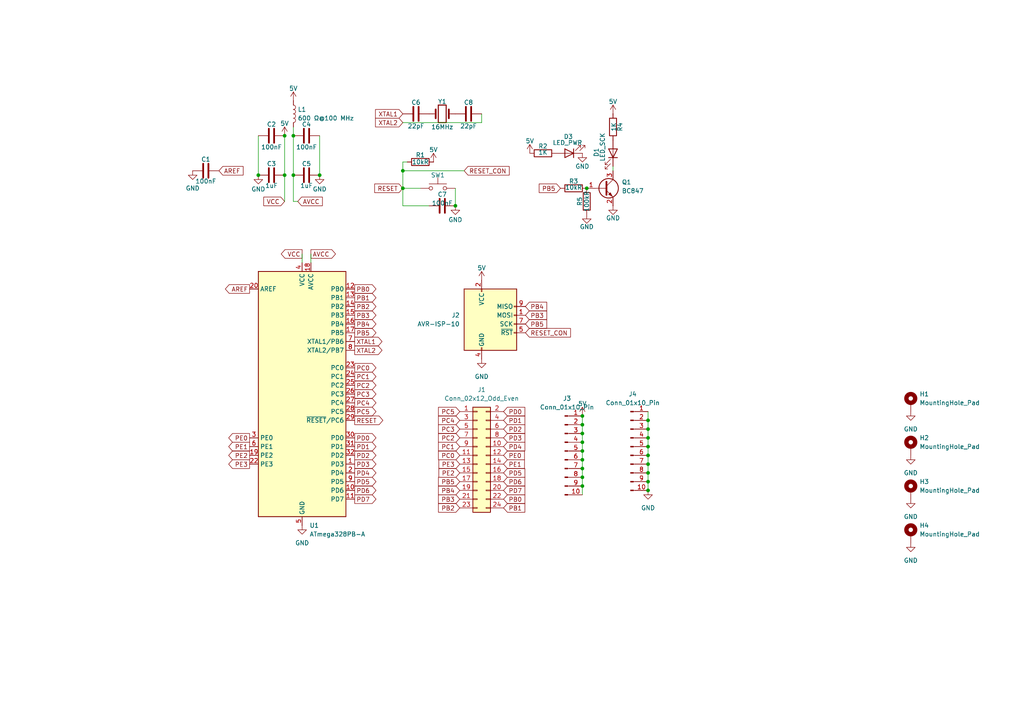
<source format=kicad_sch>
(kicad_sch (version 20250114) (generator "eeschema") (generator_version "9.0")
  (paper "A4")
  (title_block (title "ATMegaSMD_Board") (date "2025-10-26") (rev "1.0") (company "PKl"))
  (lib_symbols
    (symbol "Connector:AVR-ISP-10" (pin_names (offset 1.016))
      (property "Reference" "J" (at -6.35 11.43 0))
      (property "Value" "AVR-ISP-10" (at 0 11.43 0))
      (symbol "AVR-ISP-10_0_1"
        (rectangle (start -2.667 10.16) (end -2.413 9.398))
        (rectangle (start -2.667 -6.858) (end -2.413 -7.62))
        (rectangle (start 7.62 10.16) (end -7.62 -7.62) (stroke (width 0.254)) (fill (type background)))
        (rectangle (start 7.62 5.207) (end 6.858 4.953))
        (rectangle (start 7.62 2.667) (end 6.858 2.413))
        (rectangle (start 7.62 0.127) (end 6.858 -0.127))
        (rectangle (start 7.62 -2.413) (end 6.858 -2.667))
      )
      (symbol "AVR-ISP-10_1_1"
        (pin passive line (at -2.54 12.7 270) (length 2.54) (name "VCC") (number "2"))
        (pin passive line (at -2.54 -10.16 90) (length 2.54) (hide yes) (name "GND") (number "10"))
        (pin passive line (at -2.54 -10.16 90) (length 2.54) (name "GND") (number "4"))
        (pin passive line (at -2.54 -10.16 90) (length 2.54) (hide yes) (name "GND") (number "6"))
        (pin passive line (at -2.54 -10.16 90) (length 2.54) (hide yes) (name "GND") (number "8"))
        (pin no_connect line (at 7.62 -5.08 180) (length 2.54) (hide yes) (name "NC") (number "3"))
        (pin passive line (at 10.16 5.08 180) (length 2.54) (name "MISO") (number "9"))
        (pin passive line (at 10.16 2.54 180) (length 2.54) (name "MOSI") (number "1"))
        (pin passive line (at 10.16 0 180) (length 2.54) (name "SCK") (number "7"))
        (pin passive line (at 10.16 -2.54 180) (length 2.54) (name "~{RST}") (number "5"))
      )
    )
    (symbol "Connector:Conn_01x10_Pin" (pin_names (offset 1.016) (hide yes))
      (property "Reference" "J" (at 0 12.7 0))
      (property "Value" "Conn_01x10_Pin" (at 0 -15.24 0))
      (symbol "Conn_01x10_Pin_1_1"
        (rectangle (start 0.8636 10.287) (end 0 10.033) (stroke (width 0.1524)) (fill (type outline)))
        (rectangle (start 0.8636 7.747) (end 0 7.493) (stroke (width 0.1524)) (fill (type outline)))
        (rectangle (start 0.8636 5.207) (end 0 4.953) (stroke (width 0.1524)) (fill (type outline)))
        (rectangle (start 0.8636 2.667) (end 0 2.413) (stroke (width 0.1524)) (fill (type outline)))
        (rectangle (start 0.8636 0.127) (end 0 -0.127) (stroke (width 0.1524)) (fill (type outline)))
        (rectangle (start 0.8636 -2.413) (end 0 -2.667) (stroke (width 0.1524)) (fill (type outline)))
        (rectangle (start 0.8636 -4.953) (end 0 -5.207) (stroke (width 0.1524)) (fill (type outline)))
        (rectangle (start 0.8636 -7.493) (end 0 -7.747) (stroke (width 0.1524)) (fill (type outline)))
        (rectangle (start 0.8636 -10.033) (end 0 -10.287) (stroke (width 0.1524)) (fill (type outline)))
        (rectangle (start 0.8636 -12.573) (end 0 -12.827) (stroke (width 0.1524)) (fill (type outline)))
        (polyline (pts (xy 1.27 10.16) (xy 0.8636 10.16)) (stroke (width 0.1524)))
        (polyline (pts (xy 1.27 7.62) (xy 0.8636 7.62)) (stroke (width 0.1524)))
        (polyline (pts (xy 1.27 5.08) (xy 0.8636 5.08)) (stroke (width 0.1524)))
        (polyline (pts (xy 1.27 2.54) (xy 0.8636 2.54)) (stroke (width 0.1524)))
        (polyline (pts (xy 1.27 0) (xy 0.8636 0)) (stroke (width 0.1524)))
        (polyline (pts (xy 1.27 -2.54) (xy 0.8636 -2.54)) (stroke (width 0.1524)))
        (polyline (pts (xy 1.27 -5.08) (xy 0.8636 -5.08)) (stroke (width 0.1524)))
        (polyline (pts (xy 1.27 -7.62) (xy 0.8636 -7.62)) (stroke (width 0.1524)))
        (polyline (pts (xy 1.27 -10.16) (xy 0.8636 -10.16)) (stroke (width 0.1524)))
        (polyline (pts (xy 1.27 -12.7) (xy 0.8636 -12.7)) (stroke (width 0.1524)))
        (pin passive line (at 5.08 10.16 180) (length 3.81) (name "Pin_1") (number "1"))
        (pin passive line (at 5.08 7.62 180) (length 3.81) (name "Pin_2") (number "2"))
        (pin passive line (at 5.08 5.08 180) (length 3.81) (name "Pin_3") (number "3"))
        (pin passive line (at 5.08 2.54 180) (length 3.81) (name "Pin_4") (number "4"))
        (pin passive line (at 5.08 0 180) (length 3.81) (name "Pin_5") (number "5"))
        (pin passive line (at 5.08 -2.54 180) (length 3.81) (name "Pin_6") (number "6"))
        (pin passive line (at 5.08 -5.08 180) (length 3.81) (name "Pin_7") (number "7"))
        (pin passive line (at 5.08 -7.62 180) (length 3.81) (name "Pin_8") (number "8"))
        (pin passive line (at 5.08 -10.16 180) (length 3.81) (name "Pin_9") (number "9"))
        (pin passive line (at 5.08 -12.7 180) (length 3.81) (name "Pin_10") (number "10"))
      )
    )
    (symbol "Connector_Generic:Conn_02x12_Odd_Even" (pin_names (offset 1.016) (hide yes))
      (property "Reference" "J" (at 1.27 15.24 0))
      (property "Value" "Conn_02x12_Odd_Even" (at 1.27 -17.78 0))
      (symbol "Conn_02x12_Odd_Even_1_1"
        (rectangle (start -1.27 13.97) (end 3.81 -16.51) (stroke (width 0.254)) (fill (type background)))
        (rectangle (start -1.27 12.827) (end 0 12.573) (stroke (width 0.1524)))
        (rectangle (start -1.27 10.287) (end 0 10.033) (stroke (width 0.1524)))
        (rectangle (start -1.27 7.747) (end 0 7.493) (stroke (width 0.1524)))
        (rectangle (start -1.27 5.207) (end 0 4.953) (stroke (width 0.1524)))
        (rectangle (start -1.27 2.667) (end 0 2.413) (stroke (width 0.1524)))
        (rectangle (start -1.27 0.127) (end 0 -0.127) (stroke (width 0.1524)))
        (rectangle (start -1.27 -2.413) (end 0 -2.667) (stroke (width 0.1524)))
        (rectangle (start -1.27 -4.953) (end 0 -5.207) (stroke (width 0.1524)))
        (rectangle (start -1.27 -7.493) (end 0 -7.747) (stroke (width 0.1524)))
        (rectangle (start -1.27 -10.033) (end 0 -10.287) (stroke (width 0.1524)))
        (rectangle (start -1.27 -12.573) (end 0 -12.827) (stroke (width 0.1524)))
        (rectangle (start -1.27 -15.113) (end 0 -15.367) (stroke (width 0.1524)))
        (rectangle (start 3.81 12.827) (end 2.54 12.573) (stroke (width 0.1524)))
        (rectangle (start 3.81 10.287) (end 2.54 10.033) (stroke (width 0.1524)))
        (rectangle (start 3.81 7.747) (end 2.54 7.493) (stroke (width 0.1524)))
        (rectangle (start 3.81 5.207) (end 2.54 4.953) (stroke (width 0.1524)))
        (rectangle (start 3.81 2.667) (end 2.54 2.413) (stroke (width 0.1524)))
        (rectangle (start 3.81 0.127) (end 2.54 -0.127) (stroke (width 0.1524)))
        (rectangle (start 3.81 -2.413) (end 2.54 -2.667) (stroke (width 0.1524)))
        (rectangle (start 3.81 -4.953) (end 2.54 -5.207) (stroke (width 0.1524)))
        (rectangle (start 3.81 -7.493) (end 2.54 -7.747) (stroke (width 0.1524)))
        (rectangle (start 3.81 -10.033) (end 2.54 -10.287) (stroke (width 0.1524)))
        (rectangle (start 3.81 -12.573) (end 2.54 -12.827) (stroke (width 0.1524)))
        (rectangle (start 3.81 -15.113) (end 2.54 -15.367) (stroke (width 0.1524)))
        (pin passive line (at -5.08 12.7 0) (length 3.81) (name "Pin_1") (number "1"))
        (pin passive line (at -5.08 10.16 0) (length 3.81) (name "Pin_3") (number "3"))
        (pin passive line (at -5.08 7.62 0) (length 3.81) (name "Pin_5") (number "5"))
        (pin passive line (at -5.08 5.08 0) (length 3.81) (name "Pin_7") (number "7"))
        (pin passive line (at -5.08 2.54 0) (length 3.81) (name "Pin_9") (number "9"))
        (pin passive line (at -5.08 0 0) (length 3.81) (name "Pin_11") (number "11"))
        (pin passive line (at -5.08 -2.54 0) (length 3.81) (name "Pin_13") (number "13"))
        (pin passive line (at -5.08 -5.08 0) (length 3.81) (name "Pin_15") (number "15"))
        (pin passive line (at -5.08 -7.62 0) (length 3.81) (name "Pin_17") (number "17"))
        (pin passive line (at -5.08 -10.16 0) (length 3.81) (name "Pin_19") (number "19"))
        (pin passive line (at -5.08 -12.7 0) (length 3.81) (name "Pin_21") (number "21"))
        (pin passive line (at -5.08 -15.24 0) (length 3.81) (name "Pin_23") (number "23"))
        (pin passive line (at 7.62 12.7 180) (length 3.81) (name "Pin_2") (number "2"))
        (pin passive line (at 7.62 10.16 180) (length 3.81) (name "Pin_4") (number "4"))
        (pin passive line (at 7.62 7.62 180) (length 3.81) (name "Pin_6") (number "6"))
        (pin passive line (at 7.62 5.08 180) (length 3.81) (name "Pin_8") (number "8"))
        (pin passive line (at 7.62 2.54 180) (length 3.81) (name "Pin_10") (number "10"))
        (pin passive line (at 7.62 0 180) (length 3.81) (name "Pin_12") (number "12"))
        (pin passive line (at 7.62 -2.54 180) (length 3.81) (name "Pin_14") (number "14"))
        (pin passive line (at 7.62 -5.08 180) (length 3.81) (name "Pin_16") (number "16"))
        (pin passive line (at 7.62 -7.62 180) (length 3.81) (name "Pin_18") (number "18"))
        (pin passive line (at 7.62 -10.16 180) (length 3.81) (name "Pin_20") (number "20"))
        (pin passive line (at 7.62 -12.7 180) (length 3.81) (name "Pin_22") (number "22"))
        (pin passive line (at 7.62 -15.24 180) (length 3.81) (name "Pin_24") (number "24"))
      )
    )
    (symbol "Device:C" (pin_numbers (hide yes)) (pin_names (offset 0.254))
      (property "Reference" "C" (at 0.635 2.54 0))
      (property "Value" "C" (at 0.635 -2.54 0))
      (symbol "C_0_1"
        (polyline (pts (xy -2.032 0.762) (xy 2.032 0.762)) (stroke (width 0.508)))
        (polyline (pts (xy -2.032 -0.762) (xy 2.032 -0.762)) (stroke (width 0.508)))
      )
      (symbol "C_1_1"
        (pin passive line (at 0 3.81 270) (length 2.794) (name "~") (number "1"))
        (pin passive line (at 0 -3.81 90) (length 2.794) (name "~") (number "2"))
      )
    )
    (symbol "Device:Crystal" (pin_numbers (hide yes)) (pin_names (offset 1.016) (hide yes))
      (property "Reference" "Y" (at 0 3.81 0))
      (property "Value" "Crystal" (at 0 -3.81 0))
      (symbol "Crystal_0_1"
        (polyline (pts (xy -2.54 0) (xy -1.905 0)))
        (polyline (pts (xy -1.905 -1.27) (xy -1.905 1.27)) (stroke (width 0.508)))
        (rectangle (start -1.143 2.54) (end 1.143 -2.54) (stroke (width 0.3048)))
        (polyline (pts (xy 1.905 -1.27) (xy 1.905 1.27)) (stroke (width 0.508)))
        (polyline (pts (xy 2.54 0) (xy 1.905 0)))
      )
      (symbol "Crystal_1_1"
        (pin passive line (at -3.81 0 0) (length 1.27) (name "1") (number "1"))
        (pin passive line (at 3.81 0 180) (length 1.27) (name "2") (number "2"))
      )
    )
    (symbol "Device:L" (pin_numbers (hide yes)) (pin_names (offset 1.016) (hide yes))
      (property "Reference" "L" (at -1.27 0 90))
      (property "Value" "L" (at 1.905 0 90))
      (symbol "L_0_1"
        (arc (start 0 2.54) (mid 0.6323 1.905) (end 0 1.27))
        (arc (start 0 1.27) (mid 0.6323 0.635) (end 0 0))
        (arc (start 0 0) (mid 0.6323 -0.635) (end 0 -1.27))
        (arc (start 0 -1.27) (mid 0.6323 -1.905) (end 0 -2.54))
      )
      (symbol "L_1_1"
        (pin passive line (at 0 3.81 270) (length 1.27) (name "1") (number "1"))
        (pin passive line (at 0 -3.81 90) (length 1.27) (name "2") (number "2"))
      )
    )
    (symbol "Device:LED" (pin_numbers (hide yes)) (pin_names (offset 1.016) (hide yes))
      (property "Reference" "D" (at 0 2.54 0))
      (property "Value" "LED" (at 0 -2.54 0))
      (symbol "LED_0_1"
        (polyline (pts (xy -3.048 -0.762) (xy -4.572 -2.286) (xy -3.81 -2.286) (xy -4.572 -2.286) (xy -4.572 -1.524)))
        (polyline (pts (xy -1.778 -0.762) (xy -3.302 -2.286) (xy -2.54 -2.286) (xy -3.302 -2.286) (xy -3.302 -1.524)))
        (polyline (pts (xy -1.27 0) (xy 1.27 0)))
        (polyline (pts (xy -1.27 -1.27) (xy -1.27 1.27)) (stroke (width 0.254)))
        (polyline (pts (xy 1.27 -1.27) (xy 1.27 1.27) (xy -1.27 0) (xy 1.27 -1.27)) (stroke (width 0.254)))
      )
      (symbol "LED_1_1"
        (pin passive line (at -3.81 0 0) (length 2.54) (name "K") (number "1"))
        (pin passive line (at 3.81 0 180) (length 2.54) (name "A") (number "2"))
      )
    )
    (symbol "Device:R" (pin_numbers (hide yes)) (pin_names (offset 0))
      (property "Reference" "R" (at 2.032 0 90))
      (property "Value" "R" (at 0 0 90))
      (symbol "R_0_1"
        (rectangle (start -1.016 -2.54) (end 1.016 2.54) (stroke (width 0.254)))
      )
      (symbol "R_1_1"
        (pin passive line (at 0 3.81 270) (length 1.27) (name "~") (number "1"))
        (pin passive line (at 0 -3.81 90) (length 1.27) (name "~") (number "2"))
      )
    )
    (symbol "MCU_Microchip_ATmega:ATmega328PB-A"
      (property "Reference" "U" (at -12.7 36.83 0))
      (property "Value" "ATmega328PB-A" (at 2.54 -36.83 0))
      (symbol "ATmega328PB-A_0_1"
        (rectangle (start -12.7 -35.56) (end 12.7 35.56) (stroke (width 0.254)) (fill (type background)))
      )
      (symbol "ATmega328PB-A_1_1"
        (pin passive line (at -15.24 30.48 0) (length 2.54) (name "AREF") (number "20"))
        (pin bidirectional line (at -15.24 -12.7 0) (length 2.54) (name "PE0") (number "3"))
        (pin bidirectional line (at -15.24 -15.24 0) (length 2.54) (name "PE1") (number "6"))
        (pin bidirectional line (at -15.24 -17.78 0) (length 2.54) (name "PE2") (number "19"))
        (pin bidirectional line (at -15.24 -20.32 0) (length 2.54) (name "PE3") (number "22"))
        (pin power_in line (at 0 38.1 270) (length 2.54) (name "VCC") (number "4"))
        (pin passive line (at 0 -38.1 90) (length 2.54) (hide yes) (name "GND") (number "21"))
        (pin power_in line (at 0 -38.1 90) (length 2.54) (name "GND") (number "5"))
        (pin power_in line (at 2.54 38.1 270) (length 2.54) (name "AVCC") (number "18"))
        (pin bidirectional line (at 15.24 30.48 180) (length 2.54) (name "PB0") (number "12"))
        (pin bidirectional line (at 15.24 27.94 180) (length 2.54) (name "PB1") (number "13"))
        (pin bidirectional line (at 15.24 25.4 180) (length 2.54) (name "PB2") (number "14"))
        (pin bidirectional line (at 15.24 22.86 180) (length 2.54) (name "PB3") (number "15"))
        (pin bidirectional line (at 15.24 20.32 180) (length 2.54) (name "PB4") (number "16"))
        (pin bidirectional line (at 15.24 17.78 180) (length 2.54) (name "PB5") (number "17"))
        (pin bidirectional line (at 15.24 15.24 180) (length 2.54) (name "XTAL1/PB6") (number "7"))
        (pin bidirectional line (at 15.24 12.7 180) (length 2.54) (name "XTAL2/PB7") (number "8"))
        (pin bidirectional line (at 15.24 7.62 180) (length 2.54) (name "PC0") (number "23"))
        (pin bidirectional line (at 15.24 5.08 180) (length 2.54) (name "PC1") (number "24"))
        (pin bidirectional line (at 15.24 2.54 180) (length 2.54) (name "PC2") (number "25"))
        (pin bidirectional line (at 15.24 0 180) (length 2.54) (name "PC3") (number "26"))
        (pin bidirectional line (at 15.24 -2.54 180) (length 2.54) (name "PC4") (number "27"))
        (pin bidirectional line (at 15.24 -5.08 180) (length 2.54) (name "PC5") (number "28"))
        (pin bidirectional line (at 15.24 -7.62 180) (length 2.54) (name "~{RESET}/PC6") (number "29"))
        (pin bidirectional line (at 15.24 -12.7 180) (length 2.54) (name "PD0") (number "30"))
        (pin bidirectional line (at 15.24 -15.24 180) (length 2.54) (name "PD1") (number "31"))
        (pin bidirectional line (at 15.24 -17.78 180) (length 2.54) (name "PD2") (number "32"))
        (pin bidirectional line (at 15.24 -20.32 180) (length 2.54) (name "PD3") (number "1"))
        (pin bidirectional line (at 15.24 -22.86 180) (length 2.54) (name "PD4") (number "2"))
        (pin bidirectional line (at 15.24 -25.4 180) (length 2.54) (name "PD5") (number "9"))
        (pin bidirectional line (at 15.24 -27.94 180) (length 2.54) (name "PD6") (number "10"))
        (pin bidirectional line (at 15.24 -30.48 180) (length 2.54) (name "PD7") (number "11"))
      )
    )
    (symbol "Mechanical:MountingHole_Pad" (pin_numbers (hide yes)) (pin_names (offset 1.016) (hide yes)) (in_bom no)
      (property "Reference" "H" (at 0 6.35 0))
      (property "Value" "MountingHole_Pad" (at 0 4.445 0))
      (symbol "MountingHole_Pad_0_1"
        (circle (center 0 1.27) (radius 1.27) (stroke (width 1.27)))
      )
      (symbol "MountingHole_Pad_1_1"
        (pin input line (at 0 -2.54 90) (length 2.54) (name "1") (number "1"))
      )
    )
    (symbol "Switch:SW_Push" (pin_numbers (hide yes)) (pin_names (offset 1.016) (hide yes))
      (property "Reference" "SW" (at 1.27 2.54 0))
      (property "Value" "SW_Push" (at 0 -1.524 0))
      (symbol "SW_Push_0_1"
        (circle (center -2.032 0) (radius 0.508))
        (polyline (pts (xy 0 1.27) (xy 0 3.048)))
        (circle (center 2.032 0) (radius 0.508))
        (polyline (pts (xy 2.54 1.27) (xy -2.54 1.27)))
        (pin passive line (at -5.08 0 0) (length 2.54) (name "1") (number "1"))
        (pin passive line (at 5.08 0 180) (length 2.54) (name "2") (number "2"))
      )
    )
    (symbol "Transistor_BJT:BC847" (pin_names (offset 0) (hide yes))
      (property "Reference" "Q" (at 5.08 1.905 0))
      (property "Value" "BC847" (at 5.08 0 0))
      (symbol "BC847_0_1"
        (polyline (pts (xy -2.54 0) (xy 0.635 0)))
        (polyline (pts (xy 0.635 1.905) (xy 0.635 -1.905)) (stroke (width 0.508)))
        (circle (center 1.27 0) (radius 2.8194) (stroke (width 0.254)))
      )
      (symbol "BC847_1_1"
        (polyline (pts (xy 0.635 0.635) (xy 2.54 2.54)))
        (polyline (pts (xy 0.635 -0.635) (xy 2.54 -2.54)))
        (polyline (pts (xy 1.27 -1.778) (xy 1.778 -1.27) (xy 2.286 -2.286) (xy 1.27 -1.778)) (fill (type outline)))
        (pin input line (at -5.08 0 0) (length 2.54) (name "B") (number "1"))
        (pin passive line (at 2.54 5.08 270) (length 2.54) (name "C") (number "3"))
        (pin passive line (at 2.54 -5.08 90) (length 2.54) (name "E") (number "2"))
      )
    )
    (symbol "power:+5V" (power) (pin_numbers (hide yes)) (pin_names (offset 0) (hide yes))
      (property "Value" "+5V" (at 0 3.556 0))
      (symbol "+5V_0_1"
        (polyline (pts (xy -0.762 1.27) (xy 0 2.54)))
        (polyline (pts (xy 0 2.54) (xy 0.762 1.27)))
        (polyline (pts (xy 0 0) (xy 0 2.54)))
      )
      (symbol "+5V_1_1"
        (pin power_in line (at 0 0 90) (length 0) (name "~") (number "1"))
      )
    )
    (symbol "power:GND" (power) (pin_numbers (hide yes)) (pin_names (offset 0) (hide yes))
      (property "Value" "GND" (at 0 -3.81 0))
      (symbol "GND_0_1"
        (polyline (pts (xy 0 0) (xy 0 -1.27) (xy 1.27 -1.27) (xy 0 -2.54) (xy -1.27 -1.27) (xy 0 -1.27)))
      )
      (symbol "GND_1_1"
        (pin power_in line (at 0 0 270) (length 0) (name "~") (number "1"))
      )
    )
  )
  (junction (at 168.91 130.81))
  (junction (at 187.96 132.08))
  (junction (at 187.96 124.46))
  (junction (at 82.55 50.8))
  (junction (at 168.91 120.65))
  (junction (at 187.96 142.24))
  (junction (at 168.91 135.89))
  (junction (at 187.96 121.92))
  (junction (at 187.96 137.16))
  (junction (at 116.84 54.61))
  (junction (at 74.93 50.8))
  (junction (at 168.91 140.97))
  (junction (at 168.91 138.43))
  (junction (at 116.84 49.53))
  (junction (at 132.08 59.69))
  (junction (at 170.18 54.61))
  (junction (at 168.91 133.35))
  (junction (at 187.96 127))
  (junction (at 187.96 134.62))
  (junction (at 187.96 139.7))
  (junction (at 85.09 39.37))
  (junction (at 168.91 125.73))
  (junction (at 85.09 50.8))
  (junction (at 92.71 50.8))
  (junction (at 187.96 129.54))
  (junction (at 168.91 128.27))
  (junction (at 82.55 39.37))
  (junction (at 168.91 123.19))
  (wire (pts (xy 187.96 134.62) (xy 187.96 137.16)))
  (wire (pts (xy 139.7 35.56) (xy 139.7 33.02)))
  (wire (pts (xy 168.91 123.19) (xy 168.91 125.73)))
  (wire (pts (xy 85.09 50.8) (xy 85.09 58.42)))
  (wire (pts (xy 168.91 138.43) (xy 168.91 140.97)))
  (wire (pts (xy 168.91 135.89) (xy 168.91 138.43)))
  (wire (pts (xy 132.08 54.61) (xy 132.08 59.69)))
  (wire (pts (xy 90.17 73.66) (xy 90.17 76.2)))
  (wire (pts (xy 187.96 132.08) (xy 187.96 134.62)))
  (wire (pts (xy 87.63 73.66) (xy 87.63 76.2)))
  (wire (pts (xy 82.55 50.8) (xy 82.55 58.42)))
  (wire (pts (xy 168.91 128.27) (xy 168.91 130.81)))
  (wire (pts (xy 116.84 46.99) (xy 116.84 49.53)))
  (wire (pts (xy 187.96 129.54) (xy 187.96 132.08)))
  (wire (pts (xy 168.91 133.35) (xy 168.91 135.89)))
  (wire (pts (xy 116.84 59.69) (xy 124.46 59.69)))
  (wire (pts (xy 187.96 124.46) (xy 187.96 127)))
  (wire (pts (xy 187.96 121.92) (xy 187.96 124.46)))
  (wire (pts (xy 85.09 39.37) (xy 85.09 50.8)))
  (wire (pts (xy 116.84 49.53) (xy 116.84 54.61)))
  (wire (pts (xy 187.96 137.16) (xy 187.96 139.7)))
  (wire (pts (xy 85.09 58.42) (xy 86.36 58.42)))
  (wire (pts (xy 74.93 39.37) (xy 74.93 50.8)))
  (wire (pts (xy 116.84 54.61) (xy 116.84 59.69)))
  (wire (pts (xy 187.96 119.38) (xy 187.96 121.92)))
  (wire (pts (xy 92.71 39.37) (xy 92.71 50.8)))
  (wire (pts (xy 116.84 35.56) (xy 139.7 35.56)))
  (wire (pts (xy 85.09 36.83) (xy 85.09 39.37)))
  (wire (pts (xy 168.91 125.73) (xy 168.91 128.27)))
  (wire (pts (xy 187.96 127) (xy 187.96 129.54)))
  (wire (pts (xy 116.84 46.99) (xy 118.11 46.99)))
  (wire (pts (xy 177.8 48.26) (xy 177.8 49.53)))
  (wire (pts (xy 168.91 130.81) (xy 168.91 133.35)))
  (wire (pts (xy 168.91 140.97) (xy 168.91 143.51)))
  (wire (pts (xy 82.55 39.37) (xy 82.55 50.8)))
  (wire (pts (xy 168.91 120.65) (xy 168.91 123.19)))
  (wire (pts (xy 187.96 139.7) (xy 187.96 142.24)))
  (wire (pts (xy 121.92 54.61) (xy 116.84 54.61)))
  (wire (pts (xy 134.62 49.53) (xy 116.84 49.53)))
  (global_label "PD5" (shape output) (at 102.87 139.7 0) (property "Intersheetrefs" "${INTERSHEET_REFS}" (effects (hide yes))))
  (global_label "PB1" (shape input) (at 146.05 147.32 0) (property "Intersheetrefs" "${INTERSHEET_REFS}" (effects (hide yes))))
  (global_label "PD3" (shape input) (at 146.05 127 0) (property "Intersheetrefs" "${INTERSHEET_REFS}" (effects (hide yes))))
  (global_label "PD7" (shape input) (at 146.05 142.24 0) (property "Intersheetrefs" "${INTERSHEET_REFS}" (effects (hide yes))))
  (global_label "PC5" (shape input) (at 133.35 119.38 180) (property "Intersheetrefs" "${INTERSHEET_REFS}" (effects (hide yes))))
  (global_label "PB2" (shape input) (at 133.35 147.32 180) (property "Intersheetrefs" "${INTERSHEET_REFS}" (effects (hide yes))))
  (global_label "PD1" (shape output) (at 102.87 129.54 0) (property "Intersheetrefs" "${INTERSHEET_REFS}" (effects (hide yes))))
  (global_label "RESET" (shape input) (at 116.84 54.61 180) (property "Intersheetrefs" "${INTERSHEET_REFS}" (effects (hide yes))))
  (global_label "RESET_CON" (shape input) (at 152.4 96.52 0) (property "Intersheetrefs" "${INTERSHEET_REFS}" (effects (hide yes))))
  (global_label "XTAL2" (shape input) (at 116.84 35.56 180) (property "Intersheetrefs" "${INTERSHEET_REFS}" (effects (hide yes))))
  (global_label "PD4" (shape input) (at 146.05 129.54 0) (property "Intersheetrefs" "${INTERSHEET_REFS}" (effects (hide yes))))
  (global_label "PC1" (shape input) (at 133.35 129.54 180) (property "Intersheetrefs" "${INTERSHEET_REFS}" (effects (hide yes))))
  (global_label "PC0" (shape input) (at 133.35 132.08 180) (property "Intersheetrefs" "${INTERSHEET_REFS}" (effects (hide yes))))
  (global_label "PB5" (shape input) (at 152.4 93.98 0) (property "Intersheetrefs" "${INTERSHEET_REFS}" (effects (hide yes))))
  (global_label "XTAL1" (shape input) (at 116.84 33.02 180) (property "Intersheetrefs" "${INTERSHEET_REFS}" (effects (hide yes))))
  (global_label "PB4" (shape output) (at 102.87 93.98 0) (property "Intersheetrefs" "${INTERSHEET_REFS}" (effects (hide yes))))
  (global_label "PD0" (shape input) (at 146.05 119.38 0) (property "Intersheetrefs" "${INTERSHEET_REFS}" (effects (hide yes))))
  (global_label "PD2" (shape output) (at 102.87 132.08 0) (property "Intersheetrefs" "${INTERSHEET_REFS}" (effects (hide yes))))
  (global_label "PE1" (shape output) (at 72.39 129.54 180) (property "Intersheetrefs" "${INTERSHEET_REFS}" (effects (hide yes))))
  (global_label "PE0" (shape input) (at 146.05 132.08 0) (property "Intersheetrefs" "${INTERSHEET_REFS}" (effects (hide yes))))
  (global_label "PC4" (shape input) (at 133.35 121.92 180) (property "Intersheetrefs" "${INTERSHEET_REFS}" (effects (hide yes))))
  (global_label "PB4" (shape input) (at 152.4 88.9 0) (property "Intersheetrefs" "${INTERSHEET_REFS}" (effects (hide yes))))
  (global_label "AVCC" (shape output) (at 90.17 73.66 0) (property "Intersheetrefs" "${INTERSHEET_REFS}" (effects (hide yes))))
  (global_label "AREF" (shape output) (at 72.39 83.82 180) (property "Intersheetrefs" "${INTERSHEET_REFS}" (effects (hide yes))))
  (global_label "PB3" (shape input) (at 152.4 91.44 0) (property "Intersheetrefs" "${INTERSHEET_REFS}" (effects (hide yes))))
  (global_label "RESET" (shape output) (at 102.87 121.92 0) (property "Intersheetrefs" "${INTERSHEET_REFS}" (effects (hide yes))))
  (global_label "PB0" (shape output) (at 102.87 83.82 0) (property "Intersheetrefs" "${INTERSHEET_REFS}" (effects (hide yes))))
  (global_label "PC2" (shape input) (at 133.35 127 180) (property "Intersheetrefs" "${INTERSHEET_REFS}" (effects (hide yes))))
  (global_label "PD6" (shape input) (at 146.05 139.7 0) (property "Intersheetrefs" "${INTERSHEET_REFS}" (effects (hide yes))))
  (global_label "PD7" (shape output) (at 102.87 144.78 0) (property "Intersheetrefs" "${INTERSHEET_REFS}" (effects (hide yes))))
  (global_label "PD4" (shape output) (at 102.87 137.16 0) (property "Intersheetrefs" "${INTERSHEET_REFS}" (effects (hide yes))))
  (global_label "PB3" (shape input) (at 133.35 144.78 180) (property "Intersheetrefs" "${INTERSHEET_REFS}" (effects (hide yes))))
  (global_label "VCC" (shape output) (at 87.63 73.66 180) (property "Intersheetrefs" "${INTERSHEET_REFS}" (effects (hide yes))))
  (global_label "PD1" (shape input) (at 146.05 121.92 0) (property "Intersheetrefs" "${INTERSHEET_REFS}" (effects (hide yes))))
  (global_label "PE2" (shape input) (at 133.35 137.16 180) (property "Intersheetrefs" "${INTERSHEET_REFS}" (effects (hide yes))))
  (global_label "PB5" (shape output) (at 102.87 96.52 0) (property "Intersheetrefs" "${INTERSHEET_REFS}" (effects (hide yes))))
  (global_label "PB4" (shape input) (at 133.35 142.24 180) (property "Intersheetrefs" "${INTERSHEET_REFS}" (effects (hide yes))))
  (global_label "PE3" (shape output) (at 72.39 134.62 180) (property "Intersheetrefs" "${INTERSHEET_REFS}" (effects (hide yes))))
  (global_label "PE2" (shape output) (at 72.39 132.08 180) (property "Intersheetrefs" "${INTERSHEET_REFS}" (effects (hide yes))))
  (global_label "PB0" (shape input) (at 146.05 144.78 0) (property "Intersheetrefs" "${INTERSHEET_REFS}" (effects (hide yes))))
  (global_label "PD0" (shape output) (at 102.87 127 0) (property "Intersheetrefs" "${INTERSHEET_REFS}" (effects (hide yes))))
  (global_label "PB5" (shape input) (at 133.35 139.7 180) (property "Intersheetrefs" "${INTERSHEET_REFS}" (effects (hide yes))))
  (global_label "PE1" (shape input) (at 146.05 134.62 0) (property "Intersheetrefs" "${INTERSHEET_REFS}" (effects (hide yes))))
  (global_label "PC5" (shape output) (at 102.87 119.38 0) (property "Intersheetrefs" "${INTERSHEET_REFS}" (effects (hide yes))))
  (global_label "PD5" (shape input) (at 146.05 137.16 0) (property "Intersheetrefs" "${INTERSHEET_REFS}" (effects (hide yes))))
  (global_label "VCC" (shape input) (at 82.55 58.42 180) (property "Intersheetrefs" "${INTERSHEET_REFS}" (effects (hide yes))))
  (global_label "PC3" (shape input) (at 133.35 124.46 180) (property "Intersheetrefs" "${INTERSHEET_REFS}" (effects (hide yes))))
  (global_label "PC1" (shape output) (at 102.87 109.22 0) (property "Intersheetrefs" "${INTERSHEET_REFS}" (effects (hide yes))))
  (global_label "XTAL1" (shape output) (at 102.87 99.06 0) (property "Intersheetrefs" "${INTERSHEET_REFS}" (effects (hide yes))))
  (global_label "PE0" (shape output) (at 72.39 127 180) (property "Intersheetrefs" "${INTERSHEET_REFS}" (effects (hide yes))))
  (global_label "PB3" (shape output) (at 102.87 91.44 0) (property "Intersheetrefs" "${INTERSHEET_REFS}" (effects (hide yes))))
  (global_label "XTAL2" (shape output) (at 102.87 101.6 0) (property "Intersheetrefs" "${INTERSHEET_REFS}" (effects (hide yes))))
  (global_label "PE3" (shape input) (at 133.35 134.62 180) (property "Intersheetrefs" "${INTERSHEET_REFS}" (effects (hide yes))))
  (global_label "AREF" (shape input) (at 63.5 49.53 0) (property "Intersheetrefs" "${INTERSHEET_REFS}" (effects (hide yes))))
  (global_label "PC4" (shape output) (at 102.87 116.84 0) (property "Intersheetrefs" "${INTERSHEET_REFS}" (effects (hide yes))))
  (global_label "PD6" (shape output) (at 102.87 142.24 0) (property "Intersheetrefs" "${INTERSHEET_REFS}" (effects (hide yes))))
  (global_label "AVCC" (shape input) (at 86.36 58.42 0) (property "Intersheetrefs" "${INTERSHEET_REFS}" (effects (hide yes))))
  (global_label "PD2" (shape input) (at 146.05 124.46 0) (property "Intersheetrefs" "${INTERSHEET_REFS}" (effects (hide yes))))
  (global_label "PB5" (shape input) (at 162.56 54.61 180) (property "Intersheetrefs" "${INTERSHEET_REFS}" (effects (hide yes))))
  (global_label "PB1" (shape output) (at 102.87 86.36 0) (property "Intersheetrefs" "${INTERSHEET_REFS}" (effects (hide yes))))
  (global_label "PC0" (shape output) (at 102.87 106.68 0) (property "Intersheetrefs" "${INTERSHEET_REFS}" (effects (hide yes))))
  (global_label "PB2" (shape output) (at 102.87 88.9 0) (property "Intersheetrefs" "${INTERSHEET_REFS}" (effects (hide yes))))
  (global_label "PC3" (shape output) (at 102.87 114.3 0) (property "Intersheetrefs" "${INTERSHEET_REFS}" (effects (hide yes))))
  (global_label "PD3" (shape output) (at 102.87 134.62 0) (property "Intersheetrefs" "${INTERSHEET_REFS}" (effects (hide yes))))
  (global_label "RESET_CON" (shape input) (at 134.62 49.53 0) (property "Intersheetrefs" "${INTERSHEET_REFS}" (effects (hide yes))))
  (global_label "PC2" (shape output) (at 102.87 111.76 0) (property "Intersheetrefs" "${INTERSHEET_REFS}" (effects (hide yes))))
  (symbol (lib_id "Device:R") (at 166.37 54.61 270) (unit 1)
    (property "Reference" "R3" (at 166.37 52.578 90))
    (property "Value" "10kR" (at 166.37 54.356 90))
    (property "Footprint" "Resistor_SMD:R_0805_2012Metric" (effects (hide yes)))
    (property "Description" "Resistor" (effects (hide yes)))
  )
  (symbol (lib_id "power:GND") (at 170.18 62.23 0) (unit 1)
    (property "Reference" "#PWR03" (effects (hide yes)))
    (property "Value" "GND" (at 170.18 65.786 0))
    (property "Description" "Power symbol creates a global label with name \"GND\" , ground" (effects (hide yes)))
  )
  (symbol (lib_id "Device:LED") (at 165.1 44.45 180) (unit 1)
    (property "Reference" "D3" (at 164.846 39.624 0))
    (property "Value" "LED_PWR" (at 164.592 41.402 0))
    (property "Footprint" "LED_SMD:LED_0805_2012Metric" (effects (hide yes)))
    (property "Description" "Light emitting diode" (effects (hide yes)))
    (property "Sim.Pins" "1=K 2=A" (effects (hide yes)))
  )
  (symbol (lib_id "power:GND") (at 264.16 144.78 0) (unit 1)
    (property "Reference" "#PWR016" (effects (hide yes)))
    (property "Value" "GND" (at 264.16 149.86 0))
    (property "Description" "Power symbol creates a global label with name \"GND\" , ground" (effects (hide yes)))
  )
  (symbol (lib_id "Connector:Conn_01x10_Pin") (at 163.83 130.81 0) (unit 1)
    (property "Reference" "J3" (at 164.465 115.57 0))
    (property "Value" "Conn_01x10_Pin" (at 164.465 118.11 0))
    (property "Footprint" "Connector_PinHeader_2.54mm:PinHeader_1x10_P2.54mm_Vertical" (effects (hide yes)))
    (property "Description" "Generic connector, single row, 01x10, script generated" (effects (hide yes)))
  )
  (symbol (lib_id "Connector_Generic:Conn_02x12_Odd_Even") (at 138.43 132.08 0) (unit 1)
    (property "Reference" "J1" (at 139.7 113.03 0))
    (property "Value" "Conn_02x12_Odd_Even" (at 139.7 115.57 0))
    (property "Footprint" "Connector_PinHeader_2.54mm:PinHeader_2x12_P2.54mm_Vertical" (effects (hide yes)))
    (property "Description" "Generic connector, double row, 02x12, odd/even pin numbering scheme (row 1 odd numbers, row 2 even numbers), script generated (kicad-library-utils/schlib/autogen/connector/)" (effects (hide yes)))
  )
  (symbol (lib_id "Device:Crystal") (at 128.27 33.02 0) (unit 1)
    (property "Reference" "Y1" (at 128.27 29.464 0))
    (property "Value" "16MHz" (at 128.27 36.83 0))
    (property "Footprint" "Crystal:Crystal_HC49-4H_Vertical" (effects (hide yes)))
    (property "Description" "Two pin crystal" (effects (hide yes)))
  )
  (symbol (lib_id "Device:C") (at 59.69 49.53 90) (unit 1)
    (property "Reference" "C1" (at 59.69 46.228 90))
    (property "Value" "100nF" (at 59.69 52.578 90))
    (property "Footprint" "Capacitor_SMD:C_0805_2012Metric_Pad1.18x1.45mm_HandSolder" (effects (hide yes)))
    (property "Description" "Unpolarized capacitor" (effects (hide yes)))
  )
  (symbol (lib_id "Mechanical:MountingHole_Pad") (at 264.16 116.84 0) (unit 1) (in_bom no)
    (property "Reference" "H1" (at 266.7 114.2999 0) (effects (justify left)))
    (property "Value" "MountingHole_Pad" (at 266.7 116.8399 0) (effects (justify left)))
    (property "Footprint" "MountingHole:MountingHole_3.2mm_M3_DIN965_Pad" (effects (hide yes)))
    (property "Description" "Mounting Hole with connection" (effects (hide yes)))
  )
  (symbol (lib_id "Device:R") (at 170.18 58.42 180) (unit 1)
    (property "Reference" "R5" (at 168.148 58.42 90))
    (property "Value" "100kR" (at 170.18 58.42 90))
    (property "Footprint" "Resistor_SMD:R_0805_2012Metric" (effects (hide yes)))
    (property "Description" "Resistor" (effects (hide yes)))
  )
  (symbol (lib_id "Mechanical:MountingHole_Pad") (at 264.16 129.54 0) (unit 1) (in_bom no)
    (property "Reference" "H2" (at 266.7 126.9999 0) (effects (justify left)))
    (property "Value" "MountingHole_Pad" (at 266.7 129.5399 0) (effects (justify left)))
    (property "Footprint" "MountingHole:MountingHole_3.2mm_M3_DIN965_Pad" (effects (hide yes)))
    (property "Description" "Mounting Hole with connection" (effects (hide yes)))
  )
  (symbol (lib_id "power:GND") (at 87.63 152.4 0) (unit 1)
    (property "Reference" "#PWR08" (effects (hide yes)))
    (property "Value" "GND" (at 87.63 157.48 0))
    (property "Description" "Power symbol creates a global label with name \"GND\" , ground" (effects (hide yes)))
  )
  (symbol (lib_id "power:GND") (at 264.16 157.48 0) (unit 1)
    (property "Reference" "#PWR017" (effects (hide yes)))
    (property "Value" "GND" (at 264.16 162.56 0))
    (property "Description" "Power symbol creates a global label with name \"GND\" , ground" (effects (hide yes)))
  )
  (symbol (lib_id "power:GND") (at 177.8 59.69 0) (unit 1)
    (property "Reference" "#PWR026" (effects (hide yes)))
    (property "Value" "GND" (at 177.8 63.246 0))
    (property "Description" "Power symbol creates a global label with name \"GND\" , ground" (effects (hide yes)))
  )
  (symbol (lib_id "power:GND") (at 264.16 119.38 0) (unit 1)
    (property "Reference" "#PWR014" (effects (hide yes)))
    (property "Value" "GND" (at 264.16 124.46 0))
    (property "Description" "Power symbol creates a global label with name \"GND\" , ground" (effects (hide yes)))
  )
  (symbol (lib_id "MCU_Microchip_ATmega:ATmega328PB-A") (at 87.63 114.3 0) (unit 1)
    (property "Reference" "U1" (at 89.7733 152.4 0) (effects (justify left)))
    (property "Value" "ATmega328PB-A" (at 89.7733 154.94 0) (effects (justify left)))
    (property "Footprint" "Package_QFP:TQFP-32_7x7mm_P0.8mm" (effects (hide yes)))
    (property "Datasheet" "http://ww1.microchip.com/downloads/en/DeviceDoc/40001906C.pdf" (effects (hide yes)))
    (property "Description" "20MHz, 32kB Flash, 2kB SRAM, 1kB EEPROM, TQFP-32" (effects (hide yes)))
  )
  (symbol (lib_id "power:GND") (at 168.91 44.45 0) (unit 1)
    (property "Reference" "#PWR023" (effects (hide yes)))
    (property "Value" "GND" (at 168.91 48.26 0))
    (property "Description" "Power symbol creates a global label with name \"GND\" , ground" (effects (hide yes)))
  )
  (symbol (lib_id "Device:C") (at 78.74 50.8 90) (unit 1)
    (property "Reference" "C3" (at 78.74 47.498 90))
    (property "Value" "1uF" (at 78.74 53.848 90))
    (property "Footprint" "Capacitor_SMD:C_0805_2012Metric_Pad1.18x1.45mm_HandSolder" (effects (hide yes)))
    (property "Description" "Unpolarized capacitor" (effects (hide yes)))
  )
  (symbol (lib_id "Connector:AVR-ISP-10") (at 142.24 93.98 0) (unit 1)
    (property "Reference" "J2" (at 133.35 91.4399 0) (effects (justify right)))
    (property "Value" "AVR-ISP-10" (at 133.35 93.9799 0) (effects (justify right)))
    (property "Footprint" "Connector_IDC:IDC-Header_2x05_P2.54mm_Vertical" (effects (hide yes)))
    (property "Description" "Atmel 10-pin ISP connector" (effects (hide yes)))
  )
  (symbol (lib_id "Transistor_BJT:BC847") (at 175.26 54.61 0) (unit 1)
    (property "Reference" "Q1" (at 180.34 52.832 0) (effects (justify left)))
    (property "Value" "BC847" (at 180.34 55.372 0) (effects (justify left)))
    (property "Footprint" "Package_TO_SOT_SMD:SOT-23" (effects (hide yes)))
    (property "Datasheet" "http://www.infineon.com/dgdl/Infineon-BC847SERIES_BC848SERIES_BC849SERIES_BC850SERIES-DS-v01_01-en.pdf?fileId=db3a304314dca389011541d4630a1657" (effects (hide yes)))
    (property "Description" "0.1A Ic, 45V Vce, NPN Transistor, SOT-23" (effects (hide yes)))
  )
  (symbol (lib_id "power:GND") (at 139.7 104.14 0) (unit 1)
    (property "Reference" "#PWR011" (effects (hide yes)))
    (property "Value" "GND" (at 139.7 109.22 0))
    (property "Description" "Power symbol creates a global label with name \"GND\" , ground" (effects (hide yes)))
  )
  (symbol (lib_id "Device:C") (at 120.65 33.02 90) (unit 1)
    (property "Reference" "C6" (at 120.65 29.718 90))
    (property "Value" "22pF" (at 120.65 36.576 90))
    (property "Footprint" "Capacitor_SMD:C_0805_2012Metric_Pad1.18x1.45mm_HandSolder" (effects (hide yes)))
    (property "Description" "Unpolarized capacitor" (effects (hide yes)))
  )
  (symbol (lib_id "Mechanical:MountingHole_Pad") (at 264.16 142.24 0) (unit 1) (in_bom no)
    (property "Reference" "H3" (at 266.7 139.6999 0) (effects (justify left)))
    (property "Value" "MountingHole_Pad" (at 266.7 142.2399 0) (effects (justify left)))
    (property "Footprint" "MountingHole:MountingHole_3.2mm_M3_DIN965_Pad" (effects (hide yes)))
    (property "Description" "Mounting Hole with connection" (effects (hide yes)))
  )
  (symbol (lib_id "power:+5V") (at 85.09 29.21 0) (unit 1)
    (property "Reference" "#PWR05" (effects (hide yes)))
    (property "Value" "5V" (at 85.09 25.654 0))
    (property "Description" "Power symbol creates a global label with name \"+5V\"" (effects (hide yes)))
  )
  (symbol (lib_id "Switch:SW_Push") (at 127 54.61 0) (unit 1)
    (property "Reference" "SW1" (at 127 50.8 0))
    (property "Value" "Tact Switch 6x6mm / 13mm" (effects (hide yes)))
    (property "Footprint" "Button_Switch_THT:SW_PUSH_6mm" (effects (hide yes)))
    (property "Description" "Push button switch, generic, two pins" (effects (hide yes)))
  )
  (symbol (lib_id "Device:C") (at 88.9 39.37 90) (unit 1)
    (property "Reference" "C4" (at 88.9 36.068 90))
    (property "Value" "100nF" (at 88.9 42.672 90))
    (property "Footprint" "Capacitor_SMD:C_0805_2012Metric_Pad1.18x1.45mm_HandSolder" (effects (hide yes)))
    (property "Description" "Unpolarized capacitor" (effects (hide yes)))
  )
  (symbol (lib_id "power:GND") (at 264.16 132.08 0) (unit 1)
    (property "Reference" "#PWR015" (effects (hide yes)))
    (property "Value" "GND" (at 264.16 137.16 0))
    (property "Description" "Power symbol creates a global label with name \"GND\" , ground" (effects (hide yes)))
  )
  (symbol (lib_id "Device:C") (at 78.74 39.37 90) (unit 1)
    (property "Reference" "C2" (at 78.74 36.068 90))
    (property "Value" "100nF" (at 78.74 42.672 90))
    (property "Footprint" "Capacitor_SMD:C_0805_2012Metric_Pad1.18x1.45mm_HandSolder" (effects (hide yes)))
    (property "Description" "Unpolarized capacitor" (effects (hide yes)))
  )
  (symbol (lib_id "Connector:Conn_01x10_Pin") (at 182.88 129.54 0) (unit 1)
    (property "Reference" "J4" (at 183.515 114.3 0))
    (property "Value" "Conn_01x10_Pin" (at 183.515 116.84 0))
    (property "Footprint" "Connector_PinHeader_2.54mm:PinHeader_1x10_P2.54mm_Vertical" (effects (hide yes)))
    (property "Description" "Generic connector, single row, 01x10, script generated" (effects (hide yes)))
  )
  (symbol (lib_id "Device:LED") (at 177.8 44.45 270) (mirror x) (unit 1)
    (property "Reference" "D1" (at 172.974 44.196 0))
    (property "Value" "LED_SCK" (at 174.752 42.672 0))
    (property "Footprint" "LED_SMD:LED_0805_2012Metric" (effects (hide yes)))
    (property "Description" "Light emitting diode" (effects (hide yes)))
    (property "Sim.Pins" "1=K 2=A" (effects (hide yes)))
  )
  (symbol (lib_id "Device:C") (at 135.89 33.02 90) (unit 1)
    (property "Reference" "C8" (at 135.89 29.718 90))
    (property "Value" "22pF" (at 135.89 36.576 90))
    (property "Footprint" "Capacitor_SMD:C_0805_2012Metric_Pad1.18x1.45mm_HandSolder" (effects (hide yes)))
    (property "Description" "Unpolarized capacitor" (effects (hide yes)))
  )
  (symbol (lib_id "power:+5V") (at 125.73 46.99 0) (unit 1)
    (property "Reference" "#PWR07" (effects (hide yes)))
    (property "Value" "5V" (at 125.73 43.434 0))
    (property "Description" "Power symbol creates a global label with name \"+5V\"" (effects (hide yes)))
  )
  (symbol (lib_id "Mechanical:MountingHole_Pad") (at 264.16 154.94 0) (unit 1) (in_bom no)
    (property "Reference" "H4" (at 266.7 152.3999 0) (effects (justify left)))
    (property "Value" "MountingHole_Pad" (at 266.7 154.9399 0) (effects (justify left)))
    (property "Footprint" "MountingHole:MountingHole_3.2mm_M3_DIN965_Pad" (effects (hide yes)))
    (property "Description" "Mounting Hole with connection" (effects (hide yes)))
  )
  (symbol (lib_id "Device:R") (at 121.92 46.99 270) (unit 1)
    (property "Reference" "R1" (at 121.92 44.958 90))
    (property "Value" "10kR" (at 121.92 46.99 90))
    (property "Footprint" "Resistor_SMD:R_0805_2012Metric" (effects (hide yes)))
    (property "Description" "Resistor" (effects (hide yes)))
  )
  (symbol (lib_id "Device:R") (at 177.8 36.83 180) (unit 1)
    (property "Reference" "R4" (at 179.832 36.83 90))
    (property "Value" "1K" (at 178.054 36.83 90))
    (property "Footprint" "Resistor_SMD:R_0805_2012Metric" (effects (hide yes)))
    (property "Description" "Resistor" (effects (hide yes)))
  )
  (symbol (lib_id "power:+5V") (at 153.67 44.45 0) (unit 1)
    (property "Reference" "#PWR024" (effects (hide yes)))
    (property "Value" "5V" (at 153.67 40.894 0))
    (property "Description" "Power symbol creates a global label with name \"+5V\"" (effects (hide yes)))
  )
  (symbol (lib_id "Device:C") (at 128.27 59.69 90) (unit 1)
    (property "Reference" "C7" (at 128.27 56.388 90))
    (property "Value" "100nF" (at 128.27 58.928 90))
    (property "Footprint" "Capacitor_SMD:C_0805_2012Metric_Pad1.18x1.45mm_HandSolder" (effects (hide yes)))
    (property "Description" "Unpolarized capacitor" (effects (hide yes)))
  )
  (symbol (lib_id "Device:R") (at 157.48 44.45 270) (unit 1)
    (property "Reference" "R2" (at 157.48 42.418 90))
    (property "Value" "1K" (at 157.48 44.196 90))
    (property "Footprint" "Resistor_SMD:R_0805_2012Metric" (effects (hide yes)))
    (property "Description" "Resistor" (effects (hide yes)))
  )
  (symbol (lib_id "power:+5V") (at 139.7 81.28 0) (unit 1)
    (property "Reference" "#PWR010" (effects (hide yes)))
    (property "Value" "5V" (at 139.7 77.724 0))
    (property "Description" "Power symbol creates a global label with name \"+5V\"" (effects (hide yes)))
  )
  (symbol (lib_id "power:GND") (at 74.93 50.8 0) (unit 1)
    (property "Reference" "#PWR02" (effects (hide yes)))
    (property "Value" "GND" (at 74.93 54.864 0))
    (property "Description" "Power symbol creates a global label with name \"GND\" , ground" (effects (hide yes)))
  )
  (symbol (lib_id "power:GND") (at 55.88 49.53 0) (unit 1)
    (property "Reference" "#PWR01" (effects (hide yes)))
    (property "Value" "GND" (at 55.88 54.61 0))
    (property "Description" "Power symbol creates a global label with name \"GND\" , ground" (effects (hide yes)))
  )
  (symbol (lib_id "power:GND") (at 92.71 50.8 0) (unit 1)
    (property "Reference" "#PWR06" (effects (hide yes)))
    (property "Value" "GND" (at 92.71 54.864 0))
    (property "Description" "Power symbol creates a global label with name \"GND\" , ground" (effects (hide yes)))
  )
  (symbol (lib_id "Device:C") (at 88.9 50.8 90) (unit 1)
    (property "Reference" "C5" (at 88.9 47.498 90))
    (property "Value" "1uF" (at 88.9 53.848 90))
    (property "Footprint" "Capacitor_SMD:C_0805_2012Metric_Pad1.18x1.45mm_HandSolder" (effects (hide yes)))
    (property "Description" "Unpolarized capacitor" (effects (hide yes)))
  )
  (symbol (lib_id "power:+5V") (at 82.55 39.37 0) (unit 1)
    (property "Reference" "#PWR04" (effects (hide yes)))
    (property "Value" "5V" (at 82.55 35.814 0))
    (property "Description" "Power symbol creates a global label with name \"+5V\"" (effects (hide yes)))
  )
  (symbol (lib_id "power:GND") (at 132.08 59.69 0) (unit 1)
    (property "Reference" "#PWR09" (effects (hide yes)))
    (property "Value" "GND" (at 132.08 63.754 0))
    (property "Description" "Power symbol creates a global label with name \"GND\" , ground" (effects (hide yes)))
  )
  (symbol (lib_id "power:+5V") (at 177.8 33.02 0) (unit 1)
    (property "Reference" "#PWR025" (effects (hide yes)))
    (property "Value" "5V" (at 177.8 29.464 0))
    (property "Description" "Power symbol creates a global label with name \"+5V\"" (effects (hide yes)))
  )
  (symbol (lib_id "Device:L") (at 85.09 33.02 0) (unit 1)
    (property "Reference" "L1" (at 86.36 31.7499 0) (effects (justify left)))
    (property "Value" "600 Ω@100 MHz" (at 86.36 34.2899 0) (effects (justify left)))
    (property "Footprint" "Inductor_SMD:L_0805_2012Metric_Pad1.05x1.20mm_HandSolder" (effects (hide yes)))
    (property "Description" "Inductor" (effects (hide yes)))
  )
  (symbol (lib_id "power:GND") (at 187.96 142.24 0) (unit 1)
    (property "Reference" "#PWR013" (effects (hide yes)))
    (property "Value" "GND" (at 187.96 147.32 0))
    (property "Description" "Power symbol creates a global label with name \"GND\" , ground" (effects (hide yes)))
  )
  (symbol (lib_id "power:+5V") (at 168.91 120.65 0) (unit 1)
    (property "Reference" "#PWR012" (effects (hide yes)))
    (property "Value" "5V" (at 168.91 117.094 0))
    (property "Description" "Power symbol creates a global label with name \"+5V\"" (effects (hide yes)))
  )
)
</source>
